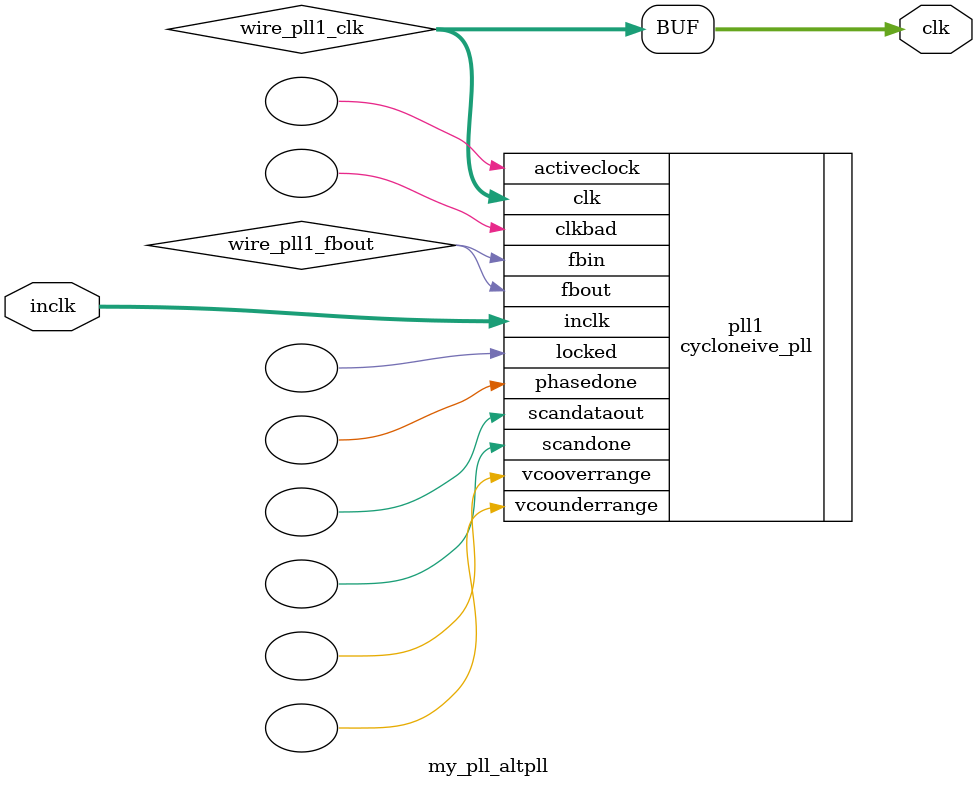
<source format=v>






//synthesis_resources = cycloneive_pll 1 
//synopsys translate_off
`timescale 1 ps / 1 ps
//synopsys translate_on
module  my_pll_altpll
	( 
	clk,
	inclk) /* synthesis synthesis_clearbox=1 */;
	output   [4:0]  clk;
	input   [1:0]  inclk;
`ifndef ALTERA_RESERVED_QIS
// synopsys translate_off
`endif
	tri0   [1:0]  inclk;
`ifndef ALTERA_RESERVED_QIS
// synopsys translate_on
`endif

	wire  [4:0]   wire_pll1_clk;
	wire  wire_pll1_fbout;

	cycloneive_pll   pll1
	( 
	.activeclock(),
	.clk(wire_pll1_clk),
	.clkbad(),
	.fbin(wire_pll1_fbout),
	.fbout(wire_pll1_fbout),
	.inclk(inclk),
	.locked(),
	.phasedone(),
	.scandataout(),
	.scandone(),
	.vcooverrange(),
	.vcounderrange()
	`ifndef FORMAL_VERIFICATION
	// synopsys translate_off
	`endif
	,
	.areset(1'b0),
	.clkswitch(1'b0),
	.configupdate(1'b0),
	.pfdena(1'b1),
	.phasecounterselect({3{1'b0}}),
	.phasestep(1'b0),
	.phaseupdown(1'b0),
	.scanclk(1'b0),
	.scanclkena(1'b1),
	.scandata(1'b0)
	`ifndef FORMAL_VERIFICATION
	// synopsys translate_on
	`endif
	);
	defparam
		pll1.bandwidth_type = "auto",
		pll1.clk0_divide_by = 1526,
		pll1.clk0_duty_cycle = 50,
		pll1.clk0_multiply_by = 1,
		pll1.clk0_phase_shift = "0",
		pll1.compensate_clock = "clk0",
		pll1.inclk0_input_frequency = 20000,
		pll1.operation_mode = "normal",
		pll1.pll_type = "auto",
		pll1.lpm_type = "cycloneive_pll";
	assign
		clk = {wire_pll1_clk[4:0]};
endmodule //my_pll_altpll
//VALID FILE

</source>
